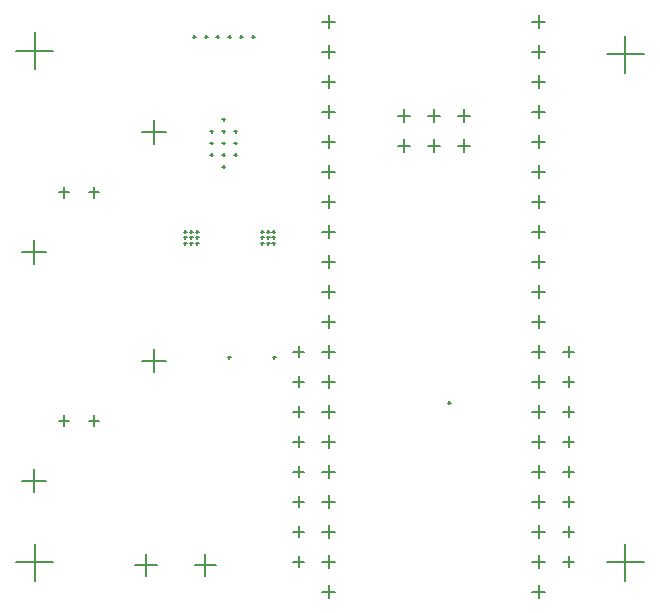
<source format=gbr>
%TF.GenerationSoftware,Altium Limited,Altium Designer,23.5.1 (21)*%
G04 Layer_Color=128*
%FSLAX45Y45*%
%MOMM*%
%TF.SameCoordinates,251D8D79-0CC1-4DB5-8A6B-B6CDDAA58204*%
%TF.FilePolarity,Positive*%
%TF.FileFunction,Drillmap*%
%TF.Part,Single*%
G01*
G75*
%TA.AperFunction,NonConductor*%
%ADD57C,0.12700*%
D57*
X1987500Y4150000D02*
X2012500D01*
X2000000Y4137500D02*
Y4162500D01*
X1987500Y3750000D02*
X2012500D01*
X2000000Y3737500D02*
Y3762500D01*
X1887500Y4050000D02*
X1912500D01*
X1900000Y4037500D02*
Y4062500D01*
X1987500Y4050000D02*
X2012500D01*
X2000000Y4037500D02*
Y4062500D01*
X2087500Y4050000D02*
X2112500D01*
X2100000Y4037500D02*
Y4062500D01*
X2087500Y3850000D02*
X2112500D01*
X2100000Y3837500D02*
Y3862500D01*
X1987500Y3850000D02*
X2012500D01*
X2000000Y3837500D02*
Y3862500D01*
X1887500Y3850000D02*
X1912500D01*
X1900000Y3837500D02*
Y3862500D01*
X2087500Y3950000D02*
X2112500D01*
X2100000Y3937500D02*
Y3962500D01*
X1887500Y3950000D02*
X1912500D01*
X1900000Y3937500D02*
Y3962500D01*
X1987500Y3950000D02*
X2012500D01*
X2000000Y3937500D02*
Y3962500D01*
X1252290Y375370D02*
X1437710D01*
X1345000Y282660D02*
Y468080D01*
X1752290Y375370D02*
X1937710D01*
X1845000Y282660D02*
Y468080D01*
X4875050Y406500D02*
X4963950D01*
X4919500Y362050D02*
Y450950D01*
X4875050Y660500D02*
X4963950D01*
X4919500Y616050D02*
Y704950D01*
X4875050Y914500D02*
X4963950D01*
X4919500Y870050D02*
Y958950D01*
X4875050Y1168500D02*
X4963950D01*
X4919500Y1124050D02*
Y1212950D01*
X4875050Y1422500D02*
X4963950D01*
X4919500Y1378050D02*
Y1466950D01*
X4875050Y1676500D02*
X4963950D01*
X4919500Y1632050D02*
Y1720950D01*
X4875050Y1930500D02*
X4963950D01*
X4919500Y1886050D02*
Y1974950D01*
X4875050Y2184500D02*
X4963950D01*
X4919500Y2140050D02*
Y2228950D01*
X2589050Y406500D02*
X2677950D01*
X2633500Y362050D02*
Y450950D01*
X2589050Y660500D02*
X2677950D01*
X2633500Y616050D02*
Y704950D01*
X2589050Y914500D02*
X2677950D01*
X2633500Y870050D02*
Y958950D01*
X2589050Y1168500D02*
X2677950D01*
X2633500Y1124050D02*
Y1212950D01*
X2589050Y1422500D02*
X2677950D01*
X2633500Y1378050D02*
Y1466950D01*
X2589050Y1676500D02*
X2677950D01*
X2633500Y1632050D02*
Y1720950D01*
X2589050Y1930500D02*
X2677950D01*
X2633500Y1886050D02*
Y1974950D01*
X2589050Y2184500D02*
X2677950D01*
X2633500Y2140050D02*
Y2228950D01*
X4613499Y152500D02*
X4717498D01*
X4665498Y100500D02*
Y204500D01*
X4613499Y406500D02*
X4717498D01*
X4665498Y354500D02*
Y458500D01*
X4613499Y660500D02*
X4717498D01*
X4665498Y608500D02*
Y712500D01*
X4613499Y914500D02*
X4717498D01*
X4665498Y862500D02*
Y966500D01*
X4613499Y1168500D02*
X4717498D01*
X4665498Y1116500D02*
Y1220500D01*
X4613499Y1422500D02*
X4717498D01*
X4665498Y1370500D02*
Y1474500D01*
X4613499Y1676500D02*
X4717498D01*
X4665498Y1624500D02*
Y1728500D01*
X4613499Y1930500D02*
X4717498D01*
X4665498Y1878500D02*
Y1982500D01*
X4613499Y2184500D02*
X4717498D01*
X4665498Y2132500D02*
Y2236500D01*
X4613499Y2438500D02*
X4717498D01*
X4665498Y2386500D02*
Y2490500D01*
X4613499Y2692500D02*
X4717498D01*
X4665498Y2640500D02*
Y2744500D01*
X4613499Y2946500D02*
X4717498D01*
X4665498Y2894500D02*
Y2998500D01*
X4613499Y3200500D02*
X4717498D01*
X4665498Y3148500D02*
Y3252500D01*
X4613499Y3454500D02*
X4717498D01*
X4665498Y3402500D02*
Y3506500D01*
X4613499Y3708500D02*
X4717498D01*
X4665498Y3656500D02*
Y3760500D01*
X4613499Y3962500D02*
X4717498D01*
X4665498Y3910500D02*
Y4014500D01*
X4613499Y4216500D02*
X4717498D01*
X4665498Y4164500D02*
Y4268500D01*
X4613499Y4470500D02*
X4717498D01*
X4665498Y4418500D02*
Y4522500D01*
X4613499Y4724500D02*
X4717498D01*
X4665498Y4672500D02*
Y4776500D01*
X4613499Y4978500D02*
X4717498D01*
X4665498Y4926500D02*
Y5030500D01*
X2835500Y4978500D02*
X2939500D01*
X2887500Y4926500D02*
Y5030500D01*
X2835500Y4724500D02*
X2939500D01*
X2887500Y4672500D02*
Y4776500D01*
X2835500Y4470500D02*
X2939500D01*
X2887500Y4418500D02*
Y4522500D01*
X2835500Y4216500D02*
X2939500D01*
X2887500Y4164500D02*
Y4268500D01*
X2835500Y3962500D02*
X2939500D01*
X2887500Y3910500D02*
Y4014500D01*
X2835500Y3708500D02*
X2939500D01*
X2887500Y3656500D02*
Y3760500D01*
X2835500Y3454500D02*
X2939500D01*
X2887500Y3402500D02*
Y3506500D01*
X2835500Y3200500D02*
X2939500D01*
X2887500Y3148500D02*
Y3252500D01*
X2835500Y2946500D02*
X2939500D01*
X2887500Y2894500D02*
Y2998500D01*
X2835500Y2692500D02*
X2939500D01*
X2887500Y2640500D02*
Y2744500D01*
X2835500Y2438500D02*
X2939500D01*
X2887500Y2386500D02*
Y2490500D01*
X2835500Y2184500D02*
X2939500D01*
X2887500Y2132500D02*
Y2236500D01*
X2835500Y1930500D02*
X2939500D01*
X2887500Y1878500D02*
Y1982500D01*
X2835500Y1676500D02*
X2939500D01*
X2887500Y1624500D02*
Y1728500D01*
X2835500Y1422500D02*
X2939500D01*
X2887500Y1370500D02*
Y1474500D01*
X2835500Y1168500D02*
X2939500D01*
X2887500Y1116500D02*
Y1220500D01*
X2835500Y914500D02*
X2939500D01*
X2887500Y862500D02*
Y966500D01*
X2835500Y660500D02*
X2939500D01*
X2887500Y608500D02*
Y712500D01*
X2835500Y406500D02*
X2939500D01*
X2887500Y354500D02*
Y458500D01*
X2835500Y152500D02*
X2939500D01*
X2887500Y100500D02*
Y204500D01*
X291500Y3024500D02*
X492500D01*
X392000Y2924000D02*
Y3125000D01*
X1307500Y4040500D02*
X1508500D01*
X1408000Y3940000D02*
Y4141000D01*
X601000Y3532500D02*
X691000D01*
X646000Y3487500D02*
Y3577500D01*
X855000Y3532500D02*
X945000D01*
X900000Y3487500D02*
Y3577500D01*
X3980500Y4182500D02*
X4082500D01*
X4031500Y4131500D02*
Y4233500D01*
X3980500Y3928500D02*
X4082500D01*
X4031500Y3877500D02*
Y3979500D01*
X3726500Y4182500D02*
X3828500D01*
X3777500Y4131500D02*
Y4233500D01*
X3726500Y3928500D02*
X3828500D01*
X3777500Y3877500D02*
Y3979500D01*
X3472500Y4182500D02*
X3574500D01*
X3523500Y4131500D02*
Y4233500D01*
X3472500Y3928500D02*
X3574500D01*
X3523500Y3877500D02*
Y3979500D01*
X855000Y1600000D02*
X945000D01*
X900000Y1555000D02*
Y1645000D01*
X601000Y1600000D02*
X691000D01*
X646000Y1555000D02*
Y1645000D01*
X1307500Y2108000D02*
X1508500D01*
X1408000Y2007500D02*
Y2208500D01*
X291500Y1092000D02*
X492500D01*
X392000Y991500D02*
Y1192500D01*
X5245000Y400000D02*
X5555000D01*
X5400000Y245000D02*
Y555000D01*
X5245000Y4700000D02*
X5555000D01*
X5400000Y4545000D02*
Y4855000D01*
X245000Y4732500D02*
X555000D01*
X400000Y4577500D02*
Y4887500D01*
X245000Y400000D02*
X555000D01*
X400000Y245000D02*
Y555000D01*
X3897500Y1752500D02*
X3922500D01*
X3910000Y1740000D02*
Y1765000D01*
X2037500Y4850000D02*
X2062500D01*
X2050000Y4837500D02*
Y4862500D01*
X1937500Y4850000D02*
X1962500D01*
X1950000Y4837500D02*
Y4862500D01*
X1837500Y4850000D02*
X1862500D01*
X1850000Y4837500D02*
Y4862500D01*
X1737500Y4850000D02*
X1762500D01*
X1750000Y4837500D02*
Y4862500D01*
X2237500Y4850000D02*
X2262500D01*
X2250000Y4837500D02*
Y4862500D01*
X2137500Y4850000D02*
X2162500D01*
X2150000Y4837500D02*
Y4862500D01*
X2415000Y2137500D02*
X2440000D01*
X2427500Y2125000D02*
Y2150000D01*
X2032700Y2134401D02*
X2057699D01*
X2045200Y2121901D02*
Y2146901D01*
X1662500Y3200000D02*
X1687500D01*
X1675000Y3187500D02*
Y3212500D01*
X1712500Y3200000D02*
X1737500D01*
X1725000Y3187500D02*
Y3212500D01*
X1762500Y3150000D02*
X1787500D01*
X1775000Y3137500D02*
Y3162500D01*
X1712500Y3150000D02*
X1737500D01*
X1725000Y3137500D02*
Y3162500D01*
X1662500Y3150000D02*
X1687500D01*
X1675000Y3137500D02*
Y3162500D01*
X1662500Y3100000D02*
X1687500D01*
X1675000Y3087500D02*
Y3112500D01*
X1712500Y3100000D02*
X1737500D01*
X1725000Y3087500D02*
Y3112500D01*
X1762500Y3100000D02*
X1787500D01*
X1775000Y3087500D02*
Y3112500D01*
X1762500Y3200000D02*
X1787500D01*
X1775000Y3187500D02*
Y3212500D01*
X2312500Y3200000D02*
X2337500D01*
X2325000Y3187500D02*
Y3212500D01*
X2362500Y3200000D02*
X2387500D01*
X2375000Y3187500D02*
Y3212500D01*
X2412500Y3150000D02*
X2437500D01*
X2425000Y3137500D02*
Y3162500D01*
X2362500Y3150000D02*
X2387500D01*
X2375000Y3137500D02*
Y3162500D01*
X2312500Y3150000D02*
X2337500D01*
X2325000Y3137500D02*
Y3162500D01*
X2312500Y3100000D02*
X2337500D01*
X2325000Y3087500D02*
Y3112500D01*
X2362500Y3100000D02*
X2387500D01*
X2375000Y3087500D02*
Y3112500D01*
X2412500Y3100000D02*
X2437500D01*
X2425000Y3087500D02*
Y3112500D01*
X2412500Y3200000D02*
X2437500D01*
X2425000Y3187500D02*
Y3212500D01*
%TF.MD5,b060a0af61f696b1787bca31d36275b9*%
M02*

</source>
